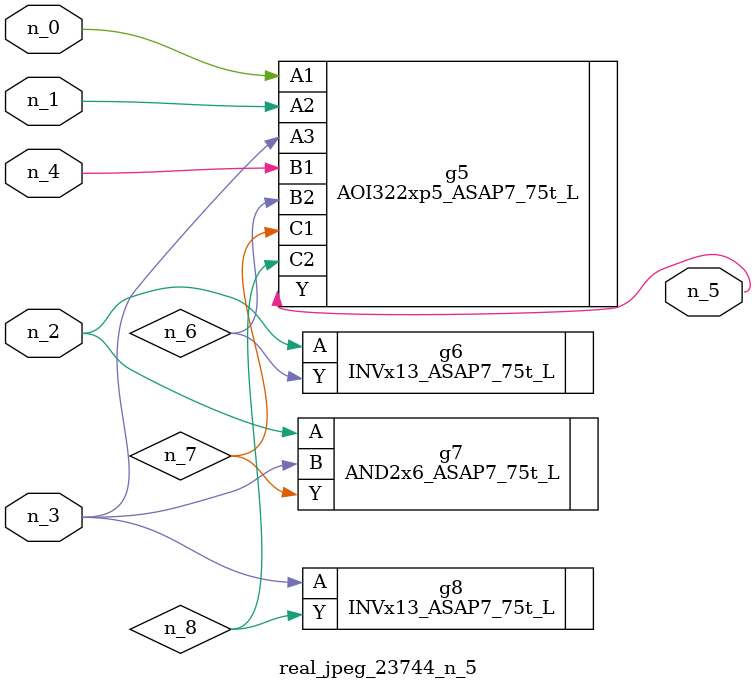
<source format=v>
module real_jpeg_23744_n_5 (n_4, n_0, n_1, n_2, n_3, n_5);

input n_4;
input n_0;
input n_1;
input n_2;
input n_3;

output n_5;

wire n_8;
wire n_6;
wire n_7;

AOI322xp5_ASAP7_75t_L g5 ( 
.A1(n_0),
.A2(n_1),
.A3(n_3),
.B1(n_4),
.B2(n_6),
.C1(n_7),
.C2(n_8),
.Y(n_5)
);

INVx13_ASAP7_75t_L g6 ( 
.A(n_2),
.Y(n_6)
);

AND2x6_ASAP7_75t_L g7 ( 
.A(n_2),
.B(n_3),
.Y(n_7)
);

INVx13_ASAP7_75t_L g8 ( 
.A(n_3),
.Y(n_8)
);


endmodule
</source>
